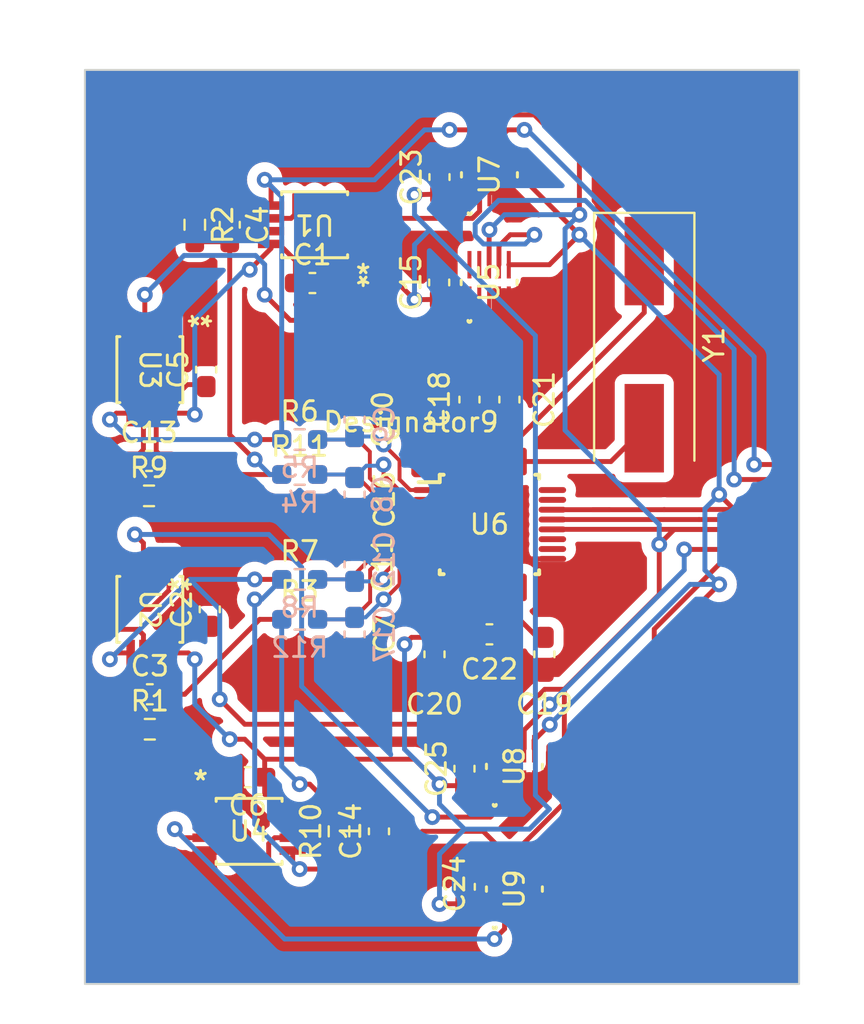
<source format=kicad_pcb>
(kicad_pcb (version 20221018) (generator pcbnew)
  (layers (0 "F.Cu" signal) (31 "B.Cu" signal) (34 "B.Paste" user) (35 "F.Paste" user) (36 "B.SilkS" user "B.Silkscreen") (37 "F.SilkS" user "F.Silkscreen") (38 "B.Mask" user) (39 "F.Mask" user) (44 "Edge.Cuts" user))
  (net 0 "")
  (net 1 "+5V")
  (net 2 "GND")
  (net 3 "WE_3")
  (net 4 "Net-(C3-Pad2)")
  (net 5 "WE_1")
  (net 6 "Net-(C4-Pad2)")
  (net 7 "AIN3P")
  (net 8 "AIN1P")
  (net 9 "AIN1N")
  (net 10 "AIN2N")
  (net 11 "AIN3N")
  (net 12 "AIN4N")
  (net 13 "WE_2")
  (net 14 "Net-(C13-Pad2)")
  (net 15 "WE_4")
  (net 16 "Net-(C14-Pad2)")
  (net 17 "AIN2P")
  (net 18 "AIN4P")
  (net 19 "+3.3V")
  (net 20 "Net-(U6-REFEXT)")
  (net 21 "Net-(U6-CAP)")
  (net 22 "Net-(U6-VREFP)")
  (net 23 "DAC1_B")
  (net 24 "DAC2_B")
  (net 25 "DAC3_B")
  (net 26 "DAC4_B")
  (net 27 "CS_DAC2")
  (net 28 "CS_DAC1")
  (net 29 "CS_DAC3")
  (net 30 "CS_DAC4")
  (net 31 "CE_1")
  (net 32 "DAC1_A")
  (net 33 "DAC2_A")
  (net 34 "DAC3_A")
  (net 35 "DAC4_A")
  (net 36 "SCLK")
  (net 37 "MOSI")
  (net 39 "DONE")
  (net 40 "DRDY")
  (net 41 "MISO")
  (net 42 "CS_ADC")
  (net 44 "Net-(U6-CLKIN_XTAL1)")
  (net 45 "Net-(U6-XTAL2)")
  (net 52 "CE_2")
  (net 53 "CE_3")
  (net 54 "CE_4")
  (net 55 "RE_1")
  (net 56 "RE_3")
  (net 57 "RE_2")
  (net 58 "RE_4")
  (footprint "OPA2328DGKR:SO8_DGK_TEX" (layer "F.Cu") (at 65.5014 106.5385)
    (fp_text reference "U4")
    (fp_text value "POPA2328DGKR")
  )
  (footprint "Capacitor_SMD:C_0603_1608Metric_Pad1.08x0.95mm_HandSolder" (layer "F.Cu") (at 70.866 85.598 -90)
    (fp_text reference "C10")
    (fp_text value "C")
  )
  (footprint "Capacitor_SMD:C_0603_1608Metric_Pad1.08x0.95mm_HandSolder" (layer "F.Cu") (at 78.74 84.582 90)
    (fp_text reference "C21")
    (fp_text value "1 uF")
  )
  (footprint "Capacitor_SMD:C_0603_1608Metric_Pad1.08x0.95mm_HandSolder" (layer "F.Cu") (at 75.168252 78.6257 90)
    (fp_text reference "C15")
    (fp_text value "C")
  )
  (footprint "Capacitor_SMD:C_0603_1608Metric_Pad1.08x0.95mm_HandSolder" (layer "F.Cu") (at 70.866 96.52 90)
    (fp_text reference "C7")
    (fp_text value "C")
  )
  (footprint "Capacitor_SMD:C_0603_1608Metric_Pad1.08x0.95mm_HandSolder" (layer "F.Cu") (at 60.411 87.6999)
    (fp_text reference "C13")
    (fp_text value "C")
  )
  (footprint "Capacitor_SMD:C_0603_1608Metric_Pad1.08x0.95mm_HandSolder" (layer "F.Cu") (at 70.866 89.408 90)
    (fp_text reference "C16")
    (fp_text value "C")
  )
  (footprint "OPA2328DGKR:SO8_DGK_TEX" (layer "F.Cu") (at 60.452 83.058 -90)
    (fp_text reference "U3")
    (fp_text value "POPA2328DGKR")
  )
  (footprint "OPA2328DGKR:SO8_DGK_TEX" (layer "F.Cu") (at 60.452 95.25 -90)
    (fp_text reference "U2")
    (fp_text value "POPA2328DGKR")
  )
  (footprint "Resistor_SMD:R_0603_1608Metric_Pad0.98x0.95mm_HandSolder" (layer "F.Cu") (at 68.072 86.614)
    (fp_text reference "R6")
    (fp_text value "R")
  )
  (footprint "Capacitor_SMD:C_0603_1608Metric_Pad1.08x0.95mm_HandSolder" (layer "F.Cu") (at 64.516 75.692 -90)
    (fp_text reference "C4")
    (fp_text value "C")
  )
  (footprint "DAC80502DRXR:SON_02DRXR_TEX" (layer "F.Cu") (at 77.708252 78.6257 90)
    (fp_text reference "U5")
    (fp_text value "DAC80502DRXR")
  )
  (footprint "Capacitor_SMD:C_0603_1608Metric_Pad1.08x0.95mm_HandSolder" (layer "F.Cu") (at 63.317 83.058 90)
    (fp_text reference "C5")
    (fp_text value "C")
  )
  (footprint "Resistor_SMD:R_0603_1608Metric_Pad0.98x0.95mm_HandSolder" (layer "F.Cu") (at 60.411 89.4779)
    (fp_text reference "R9")
    (fp_text value "R")
  )
  (footprint "Capacitor_SMD:C_0603_1608Metric_Pad1.08x0.95mm_HandSolder" (layer "F.Cu") (at 72.1054 106.5385 90)
    (fp_text reference "C14")
    (fp_text value "C")
  )
  (footprint "DAC80502DRXR:SON_02DRXR_TEX" (layer "F.Cu") (at 78.994 103.2383 90)
    (fp_text reference "U8")
    (fp_text value "DAC80502DRXR")
  )
  (footprint "Capacitor_SMD:C_0603_1608Metric_Pad1.08x0.95mm_HandSolder" (layer "F.Cu") (at 63.5 95.25 90)
    (fp_text reference "C2")
    (fp_text value "C")
  )
  (footprint "Capacitor_SMD:C_0603_1608Metric_Pad1.08x0.95mm_HandSolder" (layer "F.Cu") (at 68.7197 78.6552)
    (fp_text reference "C1")
    (fp_text value "C")
  )
  (footprint "Capacitor_SMD:C_0603_1608Metric_Pad1.08x0.95mm_HandSolder" (layer "F.Cu") (at 80.518 97.536 -90)
    (fp_text reference "C19")
    (fp_text value "1 uF" hide)
  )
  (footprint "DAC80502DRXR:SON_02DRXR_TEX" (layer "F.Cu") (at 78.994 109.474 90)
    (fp_text reference "U9")
    (fp_text value "DAC80502DRXR")
  )
  (footprint "Resistor_SMD:R_0603_1608Metric_Pad0.98x0.95mm_HandSolder" (layer "F.Cu") (at 60.452 101.346)
    (fp_text reference "R1")
    (fp_text value "R")
  )
  (footprint "DAC80502DRXR:SON_02DRXR_TEX" (layer "F.Cu") (at 77.724 73.152 90)
    (fp_text reference "U7")
    (fp_text value "DAC80502DRXR")
  )
  (footprint "Capacitor_SMD:C_0603_1608Metric_Pad1.08x0.95mm_HandSolder" (layer "F.Cu") (at 65.4315 103.7855 180)
    (fp_text reference "C6")
    (fp_text value "C")
  )
  (footprint "Resistor_SMD:R_0603_1608Metric_Pad0.98x0.95mm_HandSolder" (layer "F.Cu") (at 68.072 88.392)
    (fp_text reference "R11")
    (fp_text value "R")
  )
  (footprint "Resistor_SMD:R_0603_1608Metric_Pad0.98x0.95mm_HandSolder" (layer "F.Cu") (at 70.0734 106.5385 90)
    (fp_text reference "R10")
    (fp_text value "R")
  )
  (footprint "Capacitor_SMD:C_0603_1608Metric_Pad1.08x0.95mm_HandSolder" (layer "F.Cu") (at 70.866 92.964 -90)
    (fp_text reference "C11")
    (fp_text value "C")
  )
  (footprint "OPA2328DGKR:SO8_DGK_TEX" (layer "F.Cu") (at 68.834 75.692 180)
    (fp_text reference "U1")
    (fp_text value "POPA2328DGKR")
  )
  (footprint "Capacitor_SMD:C_0603_1608Metric_Pad1.08x0.95mm_HandSolder" (layer "F.Cu") (at 74.93 97.536 -90)
    (fp_text reference "C20")
    (fp_text value "1 uF" hide)
  )
  (footprint "Capacitor_SMD:C_0603_1608Metric_Pad1.08x0.95mm_HandSolder" (layer "F.Cu") (at 76.4697 109.3597 90)
    (fp_text reference "C24")
    (fp_text value "C")
  )
  (footprint "Resistor_SMD:R_0603_1608Metric_Pad0.98x0.95mm_HandSolder" (layer "F.Cu") (at 68.072 93.726)
    (fp_text reference "R7")
    (fp_text value "R")
  )
  (footprint "Resistor_SMD:R_0603_1608Metric_Pad0.98x0.95mm_HandSolder" (layer "F.Cu") (at 68.072 95.758)
    (fp_text reference "R3")
    (fp_text value "R")
  )
  (footprint "Capacitor_SMD:C_0603_1608Metric_Pad1.08x0.95mm_HandSolder" (layer "F.Cu") (at 60.452 99.568)
    (fp_text reference "C3")
    (fp_text value "C")
  )
  (footprint "ADS131A04IPBS:PBS0032A_N" (layer "F.Cu") (at 77.724 90.932)
    (fp_text reference "U6")
    (fp_text value "ADS131A04IPBS")
  )
  (footprint "Crystal:Crystal_SMD_HC49-SD" (layer "F.Cu") (at 85.598 81.788 -90)
    (fp_text reference "Y1")
    (fp_text value "Crystal")
  )
  (footprint "Capacitor_SMD:C_0603_1608Metric_Pad1.08x0.95mm_HandSolder" (layer "F.Cu") (at 76.708 84.582 90)
    (fp_text reference "C18")
    (fp_text value "1 uF")
  )
  (footprint "Capacitor_SMD:C_0603_1608Metric_Pad1.08x0.95mm_HandSolder" (layer "F.Cu") (at 77.724 96.52 180)
    (fp_text reference "C22")
    (fp_text value "1 uF" hide)
  )
  (footprint "Capacitor_SMD:C_0603_1608Metric_Pad1.08x0.95mm_HandSolder" (layer "F.Cu") (at 76.454 103.3526 90)
    (fp_text reference "C25")
    (fp_text value "C")
  )
  (footprint "Resistor_SMD:R_0603_1608Metric_Pad0.98x0.95mm_HandSolder" (layer "F.Cu") (at 62.738 75.692 -90)
    (fp_text reference "R2")
    (fp_text value "R")
  )
  (footprint "Capacitor_SMD:C_0603_1608Metric_Pad1.08x0.95mm_HandSolder" (layer "F.Cu") (at 75.184 73.2663 90)
    (fp_text reference "C23")
    (fp_text value "C")
  )
  (footprint "Resistor_SMD:R_0603_1608Metric_Pad0.98x0.95mm_HandSolder" (layer "B.Cu") (at 68.072 88.392)
    (fp_text reference "R4")
    (fp_text value "R")
  )
  (footprint "Capacitor_SMD:C_0603_1608Metric_Pad1.08x0.95mm_HandSolder" (layer "B.Cu") (at 70.866 96.52 90)
    (fp_text reference "C17")
    (fp_text value "C")
  )
  (footprint "Capacitor_SMD:C_0603_1608Metric_Pad1.08x0.95mm_HandSolder" (layer "B.Cu") (at 70.866 89.408 90)
    (fp_text reference "C8")
    (fp_text value "C")
  )
  (footprint "Capacitor_SMD:C_0603_1608Metric_Pad1.08x0.95mm_HandSolder" (layer "B.Cu") (at 70.866 85.598 -90)
    (fp_text reference "C9")
    (fp_text value "C")
  )
  (footprint "Resistor_SMD:R_0603_1608Metric_Pad0.98x0.95mm_HandSolder" (layer "B.Cu") (at 68.072 86.614)
    (fp_text reference "R5")
    (fp_text value "R")
  )
  (footprint "Capacitor_SMD:C_0603_1608Metric_Pad1.08x0.95mm_HandSolder" (layer "B.Cu") (at 70.866 92.964 -90)
    (fp_text reference "C12")
    (fp_text value "C")
  )
  (footprint "Resistor_SMD:R_0603_1608Metric_Pad0.98x0.95mm_HandSolder" (layer "B.Cu") (at 68.072 93.726)
    (fp_text reference "R8")
    (fp_text value "R")
  )
  (footprint "Resistor_SMD:R_0603_1608Metric_Pad0.98x0.95mm_HandSolder" (layer "B.Cu") (at 68.072 95.758)
    (fp_text reference "R12")
    (fp_text value "R")
  )
  (gr_rect (start 57.15 67.818) (end 93.472 114.3) (stroke (width 0.1)) (fill none) (layer "Edge.Cuts"))
  (segment (start 71.541 88.5455) (end 73.5595 88.5455) (width 0) (layer "B.Cu") (net 0))
  (segment (start 73.5595 88.5455) (end 74.168 89.154) (width 0) (layer "B.Cu") (net 0))
  (segment (start 61.426979 85.27415) (end 62.66815 85.27415) (width 0.25) (layer "F.Cu") (net 1))
  (segment (start 66.294 103.7855) (end 66.294 104.648) (width 0.25) (layer "F.Cu") (net 1))
  (segment (start 75.184 74.1288) (end 73.914 74.168) (width 0.25) (layer "F.Cu") (net 1))
  (segment (start 75.168252 79.4882) (end 76.2 79.4882) (width 0.25) (layer "F.Cu") (net 1))
  (segment (start 73.914 74.168) (end 73.9532 74.1288) (width 0.25) (layer "F.Cu") (net 1))
  (segment (start 75.2591 74.0537) (end 75.184 74.1288) (width 0.25) (layer "F.Cu") (net 1))
  (segment (start 67.209521 105.563521) (end 67.71755 105.563521) (width 0.25) (layer "F.Cu") (net 1))
  (segment (start 73.914 79.502) (end 73.9278 79.4882) (width 0.25) (layer "F.Cu") (net 1))
  (segment (start 76.2 79.4882) (end 76.6688 79.4882) (width 0.25) (layer "F.Cu") (net 1))
  (segment (start 73.914 102.87) (end 75.184 104.14) (width 0.25) (layer "F.Cu") (net 1))
  (segment (start 76.723748 74.0537) (end 75.2591 74.0537) (width 0.25) (layer "F.Cu") (net 1))
  (segment (start 66.294 104.648) (end 67.209521 105.563521) (width 0.25) (layer "F.Cu") (net 1))
  (segment (start 76.454 104.2151) (end 75.2591 104.2151) (width 0.25) (layer "F.Cu") (net 1))
  (segment (start 66.61785 76.89215) (end 66.61785 76.666979) (width 0.25) (layer "F.Cu") (net 1))
  (segment (start 61.426979 97.46615) (end 62.41415 97.46615) (width 0.25) (layer "F.Cu") (net 1))
  (segment (start 62.66815 85.27415) (end 62.738 85.344) (width 0.25) (layer "F.Cu") (net 1))
  (segment (start 62.354 83.82) (end 61.511779 84.662221) (width 0.25) (layer "F.Cu") (net 1))
  (segment (start 62.41415 97.46615) (end 62.738 97.79) (width 0.25) (layer "F.Cu") (net 1))
  (segment (start 66.294 102.87) (end 66.294 103.7855) (width 0.25) (layer "F.Cu") (net 1))
  (segment (start 61.426979 97.069021) (end 62.3835 96.1125) (width 0.25) (layer "F.Cu") (net 1))
  (segment (start 67.8572 78.6552) (end 67.8572 77.5092) (width 0.25) (layer "F.Cu") (net 1))
  (segment (start 67.8572 77.5092) (end 67.014979 76.666979) (width 0.25) (layer "F.Cu") (net 1))
  (segment (start 67.8572 77.5092) (end 71.9212 77.5092) (width 0.25) (layer "F.Cu") (net 1))
  (segment (start 74.93 96.6735) (end 73.7605 96.6735) (width 0.25) (layer "F.Cu") (net 1))
  (segment (start 62.3835 96.1125) (end 63.5 96.1125) (width 0.25) (layer "F.Cu") (net 1))
  (segment (start 75.973998 94.131999) (end 75.973998 95.629502) (width 0.25) (layer "F.Cu") (net 1))
  (segment (start 67.014979 76.666979) (end 66.61785 76.666979) (width 0.25) (layer "F.Cu") (net 1))
  (segment (start 76.5388 109.9936) (end 76.6923 110.1471) (width 0.25) (layer "F.Cu") (net 1))
  (segment (start 71.9212 77.5092) (end 73.914 79.502) (width 0.25) (layer "F.Cu") (net 1))
  (segment (start 61.426979 97.46615) (end 61.426979 97.069021) (width 0.25) (layer "F.Cu") (net 1))
  (segment (start 77.840248 110.2222) (end 77.993748 110.3757) (width 0.25) (layer "F.Cu") (net 1))
  (segment (start 73.7605 96.6735) (end 73.406 97.028) (width 0.25) (layer "F.Cu") (net 1))
  (segment (start 75.168252 79.4882) (end 73.914 79.502) (width 0.25) (layer "F.Cu") (net 1))
  (segment (start 66.294 102.87) (end 73.914 102.87) (width 0.25) (layer "F.Cu") (net 1))
  (segment (start 63.5 83.82) (end 62.354 83.82) (width 0.25) (layer "F.Cu") (net 1))
  (segment (start 65.532 77.978) (end 66.61785 76.89215) (width 0.25) (layer "F.Cu") (net 1))
  (segment (start 76.6688 79.4882) (end 76.708 79.5274) (width 0.25) (layer "F.Cu") (net 1))
  (segment (start 77.993748 104.14) (end 76.5291 104.14) (width 0.25) (layer "F.Cu") (net 1))
  (segment (start 65.278 101.854) (end 66.294 102.87) (width 0.25) (layer "F.Cu") (net 1))
  (segment (start 75.2591 104.2151) (end 75.184 104.14) (width 0.25) (layer "F.Cu") (net 1))
  (segment (start 64.516 101.854) (end 65.278 101.854) (width 0.25) (layer "F.Cu") (net 1))
  (segment (start 76.4697 110.2222) (end 77.840248 110.2222) (width 0.25) (layer "F.Cu") (net 1))
  (segment (start 75.1978 110.2222) (end 75.184 110.236) (width 0.25) (layer "F.Cu") (net 1))
  (segment (start 76.4697 110.2222) (end 75.1978 110.2222) (width 0.25) (layer "F.Cu") (net 1))
  (segment (start 76.5291 104.14) (end 76.454 104.2151) (width 0.25) (layer "F.Cu") (net 1))
  (segment (start 75.973998 95.629502) (end 74.93 96.6735) (width 0.25) (layer "F.Cu") (net 1))
  (via (at 73.914 79.502) (size 0.8) (drill 0.4) (layers "F.Cu" "B.Cu") (net 1))
  (via (at 64.516 101.854) (size 0.8) (drill 0.4) (layers "F.Cu" "B.Cu") (net 1))
  (via (at 75.184 104.14) (size 0.8) (drill 0.4) (layers "F.Cu" "B.Cu") (net 1))
  (via (at 75.184 110.236) (size 0.8) (drill 0.4) (layers "F.Cu" "B.Cu") (net 1))
  (via (at 73.914 74.168) (size 0.8) (drill 0.4) (layers "F.Cu" "B.Cu") (net 1))
  (via (at 65.532 77.978) (size 0.8) (drill 0.4) (layers "F.Cu" "B.Cu") (net 1))
  (via (at 73.406 97.028) (size 0.8) (drill 0.4) (layers "F.Cu" "B.Cu") (net 1))
  (via (at 62.738 85.344) (size 0.8) (drill 0.4) (layers "F.Cu" "B.Cu") (net 1))
  (via (at 62.738 97.79) (size 0.8) (drill 0.4) (layers "F.Cu" "B.Cu") (net 1))
  (segment (start 75.184 107.696) (end 76.454 106.426) (width 0.25) (layer "B.Cu") (net 1))
  (segment (start 73.914 74.168) (end 73.914 75.184) (width 0.25) (layer "B.Cu") (net 1))
  (segment (start 74.676 75.946) (end 73.914 76.708) (width 0.25) (layer "B.Cu") (net 1))
  (segment (start 73.406 97.028) (end 73.406 102.362) (width 0.25) (layer "B.Cu") (net 1))
  (segment (start 73.914 75.184) (end 74.676 75.946) (width 0.25) (layer "B.Cu") (net 1))
  (segment (start 79.756 106.426) (end 80.772 105.41) (width 0.25) (layer "B.Cu") (net 1))
  (segment (start 62.738 100.076) (end 64.516 101.854) (width 0.25) (layer "B.Cu") (net 1))
  (segment (start 80.772 105.41) (end 80.061456 104.699456) (width 0.25) (layer "B.Cu") (net 1))
  (segment (start 73.406 102.362) (end 75.184 104.14) (width 0.25) (layer "B.Cu") (net 1))
  (segment (start 62.738 80.518) (end 62.738 85.344) (width 0.25) (layer "B.Cu") (net 1))
  (segment (start 76.454 106.426) (end 79.756 106.426) (width 0.25) (layer "B.Cu") (net 1))
  (segment (start 75.184 110.236) (end 75.184 107.696) (width 0.25) (layer "B.Cu") (net 1))
  (segment (start 80.061456 81.331456) (end 74.676 75.946) (width 0.25) (layer "B.Cu") (net 1))
  (segment (start 65.278 77.978) (end 62.738 80.518) (width 0.25) (layer "B.Cu") (net 1))
  (segment (start 73.914 76.708) (end 73.914 79.502) (width 0.25) (layer "B.Cu") (net 1))
  (segment (start 75.184 105.156) (end 75.184 104.14) (width 0.25) (layer "B.Cu") (net 1))
  (segment (start 76.454 106.426) (end 75.184 105.156) (width 0.25) (layer "B.Cu") (net 1))
  (segment (start 62.738 97.79) (end 62.738 100.076) (width 0.25) (layer "B.Cu") (net 1))
  (segment (start 65.532 77.978) (end 65.278 77.978) (width 0.25) (layer "B.Cu") (net 1))
  (segment (start 80.061456 104.699456) (end 80.061456 81.331456) (width 0.25) (layer "B.Cu") (net 1))
  (segment (start 79.994252 110.3757) (end 78.994 110.3757) (width 0.25) (layer "F.Cu") (net 2))
  (segment (start 78.473998 87.731999) (end 78.473998 91.582001) (width 0.25) (layer "F.Cu") (net 2))
  (segment (start 77.374 92.681999) (end 80.923999 92.681999) (width 0.25) (layer "F.Cu") (net 2))
  (segment (start 76.973999 96.407501) (end 76.8615 96.52) (width 0.25) (layer "F.Cu") (net 2))
  (segment (start 76.474 94.131999) (end 76.474 93.581999) (width 0.25) (layer "F.Cu") (net 2))
  (segment (start 76.474 93.581999) (end 77.374 92.681999) (width 0.25) (layer "F.Cu") (net 2))
  (segment (start 77.974 94.131999) (end 77.974 93.281999) (width 0.25) (layer "F.Cu") (net 2))
  (segment (start 78.724252 74.0537) (end 77.724 74.0537) (width 0.25) (layer "F.Cu") (net 2))
  (segment (start 78.473998 91.582001) (end 77.374 92.681999) (width 0.25) (layer "F.Cu") (net 2))
  (segment (start 77.974 93.281999) (end 77.374 92.681999) (width 0.25) (layer "F.Cu") (net 2))
  (segment (start 76.973999 94.131999) (end 76.973999 96.407501) (width 0.25) (layer "F.Cu") (net 2))
  (segment (start 59.5895 99.568) (end 59.5895 101.296) (width 0.25) (layer "F.Cu") (net 3))
  (segment (start 59.5895 99.568) (end 60.127007 99.030493) (width 0.25) (layer "F.Cu") (net 3))
  (segment (start 59.5895 101.296) (end 59.5395 101.346) (width 0.25) (layer "F.Cu") (net 3))
  (segment (start 60.127007 99.030493) (end 60.127007 97.46615) (width 0.25) (layer "F.Cu") (net 3))
  (segment (start 60.127007 96.5494) (end 59.843607 96.266) (width 0.25) (layer "F.Cu") (net 3))
  (segment (start 60.127007 97.46615) (end 60.127007 96.5494) (width 0.25) (layer "F.Cu") (net 3))
  (segment (start 59.843607 96.266) (end 58.674 96.266) (width 0.25) (layer "F.Cu") (net 3))
  (segment (start 67.1595 95.758) (end 66.04 95.758) (width 0.25) (layer "F.Cu") (net 4))
  (segment (start 60.776993 97.46615) (end 60.776993 99.030493) (width 0.25) (layer "F.Cu") (net 4))
  (segment (start 61.3145 99.568) (end 61.3145 101.296) (width 0.25) (layer "F.Cu") (net 4))
  (segment (start 60.776993 99.030493) (end 61.3145 99.568) (width 0.25) (layer "F.Cu") (net 4))
  (segment (start 66.04 95.758) (end 62.23 99.568) (width 0.25) (layer "F.Cu") (net 4))
  (segment (start 61.3145 101.296) (end 61.3645 101.346) (width 0.25) (layer "F.Cu") (net 4))
  (segment (start 62.23 99.568) (end 61.3145 99.568) (width 0.25) (layer "F.Cu") (net 4))
  (segment (start 65.053507 75.367007) (end 64.516 74.8295) (width 0.25) (layer "F.Cu") (net 5))
  (segment (start 67.818 75.184) (end 67.818 74.168) (width 0.25) (layer "F.Cu") (net 5))
  (segment (start 62.788 74.8295) (end 62.738 74.7795) (width 0.25) (layer "F.Cu") (net 5))
  (segment (start 67.634993 75.367007) (end 67.818 75.184) (width 0.25) (layer "F.Cu") (net 5))
  (segment (start 66.61785 75.367007) (end 67.634993 75.367007) (width 0.25) (layer "F.Cu") (net 5))
  (segment (start 64.466 74.7795) (end 64.516 74.8295) (width 0.25) (layer "F.Cu") (net 5))
  (segment (start 64.516 74.8295) (end 62.788 74.8295) (width 0.25) (layer "F.Cu") (net 5))
  (segment (start 66.61785 75.367007) (end 65.053507 75.367007) (width 0.25) (layer "F.Cu") (net 5))
  (segment (start 65.776695 87.63) (end 64.516 86.369305) (width 0.25) (layer "F.Cu") (net 6))
  (segment (start 65.053507 76.016993) (end 66.61785 76.016993) (width 0.25) (layer "F.Cu") (net 6))
  (segment (start 64.516 76.5545) (end 65.053507 76.016993) (width 0.25) (layer "F.Cu") (net 6))
  (segment (start 64.516 76.5545) (end 62.788 76.5545) (width 0.25) (layer "F.Cu") (net 6))
  (segment (start 64.516 86.369305) (end 64.516 76.5545) (width 0.25) (layer "F.Cu") (net 6))
  (segment (start 64.466 76.6045) (end 64.516 76.5545) (width 0.25) (layer "F.Cu") (net 6))
  (segment (start 62.788 76.5545) (end 62.738 76.6045) (width 0.25) (layer "F.Cu") (net 6))
  (segment (start 65.786 87.63) (end 65.776695 87.63) (width 0.25) (layer "F.Cu") (net 6))
  (via (at 65.786 87.63) (size 0.8) (drill 0.4) (layers "F.Cu" "B.Cu") (net 6))
  (segment (start 66.548 88.392) (end 65.786 87.63) (width 0.25) (layer "B.Cu") (net 6))
  (segment (start 67.1595 88.392) (end 66.548 88.392) (width 0.25) (layer "B.Cu") (net 6))
  (segment (start 71.656843 94.866657) (end 70.866 95.6575) (width 0.2) (layer "F.Cu") (net 7))
  (segment (start 68.9845 95.758) (end 70.7655 95.758) (width 0.2) (layer "F.Cu") (net 7))
  (segment (start 71.656843 93.246843) (end 71.656843 94.866657) (width 0.2) (layer "F.Cu") (net 7))
  (segment (start 73.221688 91.681998) (end 71.656843 93.246843) (width 0.2) (layer "F.Cu") (net 7))
  (segment (start 74.523999 91.681998) (end 73.221688 91.681998) (width 0.2) (layer "F.Cu") (net 7))
  (segment (start 70.7655 95.758) (end 70.866 95.6575) (width 0.2) (layer "F.Cu") (net 7))
  (segment (start 72.3405 88.398501) (end 72.3405 87.946) (width 0.2) (layer "F.Cu") (net 8))
  (segment (start 73.623999 89.682) (end 72.3405 88.398501) (width 0.2) (layer "F.Cu") (net 8))
  (segment (start 74.523999 89.682) (end 73.623999 89.682) (width 0.2) (layer "F.Cu") (net 8))
  (via (at 72.3405 87.884) (size 0.8) (drill 0.4) (layers "F.Cu" "B.Cu") (net 8))
  (segment (start 71.4655 87.946) (end 70.866 88.5455) (width 0.2) (layer "B.Cu") (net 8))
  (segment (start 68.9845 88.392) (end 70.7125 88.392) (width 0.2) (layer "B.Cu") (net 8))
  (segment (start 70.7125 88.392) (end 70.866 88.5455) (width 0.2) (layer "B.Cu") (net 8))
  (segment (start 72.3405 87.946) (end 71.4655 87.946) (width 0.2) (layer "B.Cu") (net 8))
  (segment (start 73.689683 89.181998) (end 73.152 88.644315) (width 0.2) (layer "F.Cu") (net 9))
  (segment (start 74.523999 89.181998) (end 73.689683 89.181998) (width 0.2) (layer "F.Cu") (net 9))
  (segment (start 73.152 87.6795) (end 72.3405 86.868) (width 0.2) (layer "F.Cu") (net 9))
  (segment (start 73.152 88.644315) (end 73.152 87.6795) (width 0.2) (layer "F.Cu") (net 9))
  (via (at 72.3405 86.868) (size 0.8) (drill 0.4) (layers "F.Cu" "B.Cu") (net 9))
  (segment (start 70.866 86.4605) (end 71.933 86.4605) (width 0.2) (layer "B.Cu") (net 9))
  (segment (start 71.933 86.4605) (end 72.3405 86.868) (width 0.2) (layer "B.Cu") (net 9))
  (segment (start 68.9845 86.614) (end 70.7125 86.614) (width 0.2) (layer "B.Cu") (net 9))
  (segment (start 70.7125 86.614) (end 70.866 86.4605) (width 0.2) (layer "B.Cu") (net 9))
  (segment (start 68.9845 86.614) (end 70.7125 86.614) (width 0.2) (layer "F.Cu") (net 10))
  (segment (start 71.641 88.575264) (end 73.247735 90.181999) (width 0.2) (layer "F.Cu") (net 10))
  (segment (start 71.641 87.2355) (end 71.641 88.575264) (width 0.2) (layer "F.Cu") (net 10))
  (segment (start 73.247735 90.181999) (end 74.523999 90.181999) (width 0.2) (layer "F.Cu") (net 10))
  (segment (start 70.7125 86.614) (end 70.866 86.4605) (width 0.2) (layer "F.Cu") (net 10))
  (segment (start 70.866 86.4605) (end 71.641 87.2355) (width 0.2) (layer "F.Cu") (net 10))
  (segment (start 70.7655 93.726) (end 70.866 93.8265) (width 0.2) (layer "F.Cu") (net 11))
  (segment (start 70.866 93.472) (end 70.866 93.8265) (width 0.2) (layer "F.Cu") (net 11))
  (segment (start 68.9845 93.726) (end 70.7655 93.726) (width 0.2) (layer "F.Cu") (net 11))
  (segment (start 74.523999 91.182) (end 73.156 91.182) (width 0.2) (layer "F.Cu") (net 11))
  (segment (start 73.156 91.182) (end 70.866 93.472) (width 0.2) (layer "F.Cu") (net 11))
  (segment (start 73.623999 92.182) (end 72.3405 93.465499) (width 0.2) (layer "F.Cu") (net 12))
  (segment (start 74.523999 92.182) (end 73.623999 92.182) (width 0.2) (layer "F.Cu") (net 12))
  (segment (start 72.3405 93.465499) (end 72.3405 93.726) (width 0.2) (layer "F.Cu") (net 12))
  (via (at 72.3405 93.726) (size 0.8) (drill 0.4) (layers "F.Cu" "B.Cu") (net 12))
  (segment (start 70.7655 93.726) (end 70.866 93.8265) (width 0.2) (layer "B.Cu") (net 12))
  (segment (start 70.866 93.8265) (end 72.24 93.8265) (width 0.2) (layer "B.Cu") (net 12))
  (segment (start 68.9845 93.726) (end 70.7655 93.726) (width 0.2) (layer "B.Cu") (net 12))
  (segment (start 72.24 93.8265) (end 72.3405 93.726) (width 0.2) (layer "B.Cu") (net 12))
  (segment (start 60.127007 87.121393) (end 59.5485 87.6999) (width 0.25) (layer "F.Cu") (net 13))
  (segment (start 59.843607 84.074) (end 58.674 84.074) (width 0.25) (layer "F.Cu") (net 13))
  (segment (start 59.5485 89.4279) (end 59.4985 89.4779) (width 0.25) (layer "F.Cu") (net 13))
  (segment (start 60.127007 85.27415) (end 60.127007 87.121393) (width 0.25) (layer "F.Cu") (net 13))
  (segment (start 60.127007 85.27415) (end 60.127007 84.3574) (width 0.25) (layer "F.Cu") (net 13))
  (segment (start 60.127007 84.3574) (end 59.843607 84.074) (width 0.25) (layer "F.Cu") (net 13))
  (segment (start 59.5485 87.6999) (end 59.5485 89.4279) (width 0.25) (layer "F.Cu") (net 13))
  (segment (start 61.2735 89.4279) (end 61.3235 89.4779) (width 0.25) (layer "F.Cu") (net 14))
  (segment (start 67.1595 88.392) (end 61.9656 88.392) (width 0.25) (layer "F.Cu") (net 14))
  (segment (start 60.776993 85.27415) (end 60.776993 87.203393) (width 0.25) (layer "F.Cu") (net 14))
  (segment (start 61.2735 87.6999) (end 61.2735 89.4279) (width 0.25) (layer "F.Cu") (net 14))
  (segment (start 60.776993 87.203393) (end 61.2735 87.6999) (width 0.25) (layer "F.Cu") (net 14))
  (segment (start 61.9656 88.392) (end 61.2735 87.6999) (width 0.25) (layer "F.Cu") (net 14))
  (segment (start 67.71755 106.863493) (end 69.485893 106.863493) (width 0.25) (layer "F.Cu") (net 15))
  (segment (start 69.485893 106.863493) (end 70.0734 107.451) (width 0.25) (layer "F.Cu") (net 15))
  (segment (start 67.71755 106.863493) (end 66.8008 106.863493) (width 0.25) (layer "F.Cu") (net 15))
  (segment (start 66.497761 107.166532) (end 66.497761 108.153761) (width 0.25) (layer "F.Cu") (net 15))
  (segment (start 72.1054 107.401) (end 70.1234 107.401) (width 0.25) (layer "F.Cu") (net 15))
  (segment (start 66.8008 106.863493) (end 66.497761 107.166532) (width 0.25) (layer "F.Cu") (net 15))
  (segment (start 70.1234 107.401) (end 70.0734 107.451) (width 0.25) (layer "F.Cu") (net 15))
  (segment (start 68.5874 104.14) (end 70.0734 105.626) (width 0.25) (layer "F.Cu") (net 16))
  (segment (start 70.1234 105.676) (end 70.0734 105.626) (width 0.25) (layer "F.Cu") (net 16))
  (segment (start 69.485893 106.213507) (end 67.71755 106.213507) (width 0.25) (layer "F.Cu") (net 16))
  (segment (start 68.072 104.14) (end 68.5874 104.14) (width 0.25) (layer "F.Cu") (net 16))
  (segment (start 70.0734 105.626) (end 69.485893 106.213507) (width 0.25) (layer "F.Cu") (net 16))
  (segment (start 72.1054 105.676) (end 70.1234 105.676) (width 0.25) (layer "F.Cu") (net 16))
  (via (at 68.072 104.14) (size 0.8) (drill 0.4) (layers "F.Cu" "B.Cu") (net 16))
  (segment (start 67.1595 103.2275) (end 68.072 104.14) (width 0.25) (layer "B.Cu") (net 16))
  (segment (start 67.1595 95.758) (end 67.1595 103.2275) (width 0.25) (layer "B.Cu") (net 16))
  (segment (start 73.182048 90.681998) (end 74.523999 90.681998) (width 0.2) (layer "F.Cu") (net 17))
  (segment (start 71.04555 88.5455) (end 73.182048 90.681998) (width 0.2) (layer "F.Cu") (net 17))
  (segment (start 68.9845 88.392) (end 70.7125 88.392) (width 0.2) (layer "F.Cu") (net 17))
  (segment (start 70.866 88.5455) (end 71.04555 88.5455) (width 0.2) (layer "F.Cu") (net 17))
  (segment (start 70.7125 88.392) (end 70.866 88.5455) (width 0.2) (layer "F.Cu") (net 17))
  (segment (start 73.689686 92.681999) (end 73.152842 93.218843) (width 0.2) (layer "F.Cu") (net 18))
  (segment (start 74.523999 92.681999) (end 73.689686 92.681999) (width 0.2) (layer "F.Cu") (net 18))
  (segment (start 73.152842 93.218843) (end 73.152842 93.979158) (width 0.2) (layer "F.Cu") (net 18))
  (segment (start 72.39 94.742) (end 72.3405 94.742) (width 0.2) (layer "F.Cu") (net 18))
  (segment (start 73.152842 93.979158) (end 72.39 94.742) (width 0.2) (layer "F.Cu") (net 18))
  (via (at 72.3405 94.742) (size 0.8) (drill 0.4) (layers "F.Cu" "B.Cu") (net 18))
  (segment (start 70.7655 95.758) (end 70.866 95.6575) (width 0.2) (layer "B.Cu") (net 18))
  (segment (start 71.425 95.6575) (end 72.3405 94.742) (width 0.2) (layer "B.Cu") (net 18))
  (segment (start 68.9845 95.758) (end 70.7655 95.758) (width 0.2) (layer "B.Cu") (net 18))
  (segment (start 70.866 95.6575) (end 71.425 95.6575) (width 0.2) (layer "B.Cu") (net 18))
  (segment (start 76.708 85.4445) (end 77.473998 86.210498) (width 0.25) (layer "F.Cu") (net 19))
  (segment (start 77.473998 86.210498) (end 77.473998 87.731999) (width 0.25) (layer "F.Cu") (net 19))
  (segment (start 80.1635 96.6735) (end 80.518 96.6735) (width 0.25) (layer "F.Cu") (net 20))
  (segment (start 78.473998 94.983998) (end 80.1635 96.6735) (width 0.25) (layer "F.Cu") (net 20))
  (segment (start 78.473998 94.131999) (end 78.473998 94.983998) (width 0.25) (layer "F.Cu") (net 20))
  (segment (start 78.74 85.4445) (end 77.974 86.2105) (width 0.25) (layer "F.Cu") (net 21))
  (segment (start 77.974 86.2105) (end 77.974 87.731999) (width 0.25) (layer "F.Cu") (net 21))
  (segment (start 77.473998 94.131999) (end 77.473998 95.407498) (width 0.25) (layer "F.Cu") (net 22))
  (segment (start 77.473998 95.407498) (end 78.5865 96.52) (width 0.25) (layer "F.Cu") (net 22))
  (segment (start 77.223874 72.2503) (end 77.223874 71.300326) (width 0.25) (layer "F.Cu") (net 23))
  (segment (start 77.223874 71.300326) (end 76.789548 70.866) (width 0.25) (layer "F.Cu") (net 23))
  (segment (start 66.61785 73.72985) (end 66.294 73.406) (width 0.25) (layer "F.Cu") (net 23))
  (segment (start 76.789548 70.866) (end 75.692 70.866) (width 0.25) (layer "F.Cu") (net 23))
  (segment (start 66.294 73.406) (end 66.548 73.66) (width 0.25) (layer "F.Cu") (net 23))
  (segment (start 66.61785 74.717021) (end 66.61785 73.72985) (width 0.25) (layer "F.Cu") (net 23))
  (via (at 75.692 70.866) (size 0.8) (drill 0.4) (layers "F.Cu" "B.Cu") (net 23))
  (via (at 66.294 73.406) (size 0.8) (drill 0.4) (layers "F.Cu" "B.Cu") (net 23))
  (segment (start 71.882 73.406) (end 66.294 73.406) (width 0.25) (layer "B.Cu") (net 23))
  (segment (start 67.1595 74.2715) (end 66.294 73.406) (width 0.25) (layer "B.Cu") (net 23))
  (segment (start 75.692 70.866) (end 74.422 70.866) (width 0.25) (layer "B.Cu") (net 23))
  (segment (start 74.422 70.866) (end 71.882 73.406) (width 0.25) (layer "B.Cu") (net 23))
  (segment (start 67.1595 86.614) (end 67.1595 74.2715) (width 0.25) (layer "B.Cu") (net 23))
  (segment (start 59.477021 85.27415) (end 58.74385 85.27415) (width 0.25) (layer "F.Cu") (net 24))
  (segment (start 58.74385 85.27415) (end 58.42 85.598) (width 0.25) (layer "F.Cu") (net 24))
  (segment (start 67.1595 86.614) (end 65.786 86.614) (width 0.25) (layer "F.Cu") (net 24))
  (via (at 65.786 86.614) (size 0.8) (drill 0.4) (layers "F.Cu" "B.Cu") (net 24))
  (via (at 58.42 85.598) (size 0.8) (drill 0.4) (layers "F.Cu" "B.Cu") (net 24))
  (segment (start 65.786 86.614) (end 59.436 86.614) (width 0.25) (layer "B.Cu") (net 24))
  (segment (start 59.436 86.614) (end 58.42 85.598) (width 0.25) (layer "B.Cu") (net 24))
  (segment (start 65.278 101.092) (end 64.008 99.822) (width 0.25) (layer "F.Cu") (net 25))
  (segment (start 59.477021 97.46615) (end 58.74385 97.46615) (width 0.25) (layer "F.Cu") (net 25))
  (segment (start 78.493874 101.386626) (end 78.199248 101.092) (width 0.25) (layer "F.Cu") (net 25))
  (segment (start 78.199248 101.092) (end 65.278 101.092) (width 0.25) (layer "F.Cu") (net 25))
  (segment (start 67.1595 93.726) (end 65.786 93.726) (width 0.25) (layer "F.Cu") (net 25))
  (segment (start 58.74385 97.46615) (end 58.42 97.79) (width 0.25) (layer "F.Cu") (net 25))
  (segment (start 78.493874 102.3366) (end 78.493874 101.386626) (width 0.25) (layer "F.Cu") (net 25))
  (via (at 58.42 97.79) (size 0.8) (drill 0.4) (layers "F.Cu" "B.Cu") (net 25))
  (via (at 65.786 93.726) (size 0.8) (drill 0.4) (layers "F.Cu" "B.Cu") (net 25))
  (via (at 64.008 99.822) (size 0.8) (drill 0.4) (layers "F.Cu" "B.Cu") (net 25))
  (segment (start 64.008 99.822) (end 64.008 95.25) (width 0.25) (layer "B.Cu") (net 25))
  (segment (start 65.786 93.726) (end 62.484 93.726) (width 0.25) (layer "B.Cu") (net 25))
  (segment (start 62.484 93.726) (end 58.42 97.79) (width 0.25) (layer "B.Cu") (net 25))
  (segment (start 64.008 95.25) (end 62.484 93.726) (width 0.25) (layer "B.Cu") (net 25))
  (segment (start 67.71755 107.513479) (end 67.71755 108.10355) (width 0.25) (layer "F.Cu") (net 26))
  (segment (start 78.493874 108.5723) (end 78.493874 107.622326) (width 0.25) (layer "F.Cu") (net 26))
  (segment (start 77.410048 106.5385) (end 74.3095 106.5385) (width 0.25) (layer "F.Cu") (net 26))
  (segment (start 67.71755 108.10355) (end 68.072 108.458) (width 0.25) (layer "F.Cu") (net 26))
  (segment (start 72.39 108.458) (end 68.072 108.458) (width 0.25) (layer "F.Cu") (net 26))
  (segment (start 78.493874 107.622326) (end 77.410048 106.5385) (width 0.25) (layer "F.Cu") (net 26))
  (segment (start 74.3095 106.5385) (end 72.39 108.458) (width 0.25) (layer "F.Cu") (net 26))
  (via (at 65.786 94.742) (size 0.8) (drill 0.4) (layers "F.Cu" "B.Cu") (net 26))
  (via (at 68.072 108.458) (size 0.8) (drill 0.4) (layers "F.Cu" "B.Cu") (net 26))
  (segment (start 67.1595 93.726) (end 66.1435 94.742) (width 0.25) (layer "B.Cu") (net 26))
  (segment (start 68.072 108.458) (end 65.786 106.172) (width 0.25) (layer "B.Cu") (net 26))
  (segment (start 66.1435 94.742) (end 65.786 94.742) (width 0.25) (layer "B.Cu") (net 26))
  (segment (start 65.786 106.172) (end 65.786 94.742) (width 0.25) (layer "B.Cu") (net 26))
  (segment (start 78.208378 77.724) (end 78.208378 76.774026) (width 0.25) (layer "F.Cu") (net 27))
  (segment (start 78.208378 76.774026) (end 78.782404 76.2) (width 0.25) (layer "F.Cu") (net 27))
  (segment (start 90.17 88.646) (end 92.71 88.646) (width 0.25) (layer "F.Cu") (net 27))
  (segment (start 78.782404 76.2) (end 80.01 76.2) (width 0.25) (layer "F.Cu") (net 27))
  (via (at 80.01 76.2) (size 0.8) (drill 0.4) (layers "F.Cu" "B.Cu") (net 27))
  (via (at 90.17 88.646) (size 0.8) (drill 0.4) (layers "F.Cu" "B.Cu") (net 27))
  (segment (start 82.600604 74.454701) (end 90.17 82.024097) (width 0.25) (layer "B.Cu") (net 27))
  (segment (start 90.17 82.024097) (end 90.17 88.646) (width 0.25) (layer "B.Cu") (net 27))
  (segment (start 76.999 75.645695) (end 78.189994 74.454701) (width 0.25) (layer "B.Cu") (net 27))
  (segment (start 80.01 76.2) (end 79.539 76.671) (width 0.25) (layer "B.Cu") (net 27))
  (segment (start 76.999 76.246305) (end 76.999 75.645695) (width 0.25) (layer "B.Cu") (net 27))
  (segment (start 78.189994 74.454701) (end 82.600604 74.454701) (width 0.25) (layer "B.Cu") (net 27))
  (segment (start 79.539 76.671) (end 77.423695 76.671) (width 0.25) (layer "B.Cu") (net 27))
  (segment (start 77.423695 76.671) (end 76.999 76.246305) (width 0.25) (layer "B.Cu") (net 27))
  (segment (start 78.658452 70.866) (end 79.502 70.866) (width 0.25) (layer "F.Cu") (net 28))
  (segment (start 78.224126 71.300326) (end 78.658452 70.866) (width 0.25) (layer "F.Cu") (net 28))
  (segment (start 91.186 87.884) (end 92.964 87.884) (width 0.25) (layer "F.Cu") (net 28))
  (segment (start 78.224126 72.2503) (end 78.224126 71.300326) (width 0.25) (layer "F.Cu") (net 28))
  (via (at 79.502 70.866) (size 0.8) (drill 0.4) (layers "F.Cu" "B.Cu") (net 28))
  (via (at 91.186 87.884) (size 0.8) (drill 0.4) (layers "F.Cu" "B.Cu") (net 28))
  (segment (start 79.648299 70.866) (end 91.186 82.403701) (width 0.25) (layer "B.Cu") (net 28))
  (segment (start 79.502 70.866) (end 79.648299 70.866) (width 0.25) (layer "B.Cu") (net 28))
  (segment (start 91.186 82.403701) (end 91.186 87.884) (width 0.25) (layer "B.Cu") (net 28))
  (segment (start 87.63 92.202) (end 92.71 92.202) (width 0.25) (layer "F.Cu") (net 29))
  (segment (start 79.494126 102.3366) (end 79.494126 101.382786) (width 0.25) (layer "F.Cu") (net 29))
  (segment (start 79.494126 101.382786) (end 80.786456 100.090456) (width 0.25) (layer "F.Cu") (net 29))
  (via (at 87.63 92.202) (size 0.8) (drill 0.4) (layers "F.Cu" "B.Cu") (net 29))
  (via (at 80.786456 100.090456) (size 0.8) (drill 0.4) (layers "F.Cu" "B.Cu") (net 29))
  (segment (start 80.786456 100.090456) (end 87.63 93.246912) (width 0.25) (layer "B.Cu") (net 29))
  (segment (start 87.63 93.246912) (end 87.63 92.202) (width 0.25) (layer "B.Cu") (net 29))
  (segment (start 79.494126 107.758596) (end 86.106 101.146722) (width 0.25) (layer "F.Cu") (net 30))
  (segment (start 86.106 101.146722) (end 86.106 96.256695) (width 0.25) (layer "F.Cu") (net 30))
  (segment (start 86.106 96.256695) (end 89.652695 92.71) (width 0.25) (layer "F.Cu") (net 30))
  (segment (start 79.494126 108.5723) (end 79.494126 107.758596) (width 0.25) (layer "F.Cu") (net 30))
  (segment (start 89.652695 92.71) (end 92.71 92.71) (width 0.25) (layer "F.Cu") (net 30))
  (segment (start 70.1334 76.666979) (end 69.554979 76.666979) (width 0.25) (layer "F.Cu") (net 31))
  (segment (start 69.554979 76.666979) (end 68.834 75.946) (width 0.25) (layer "F.Cu") (net 31))
  (segment (start 68.834 75.946) (end 68.834 74.168) (width 0.25) (layer "F.Cu") (net 31))
  (segment (start 71.05015 76.666979) (end 70.1334 76.666979) (width 0.25) (layer "F.Cu") (net 31))
  (segment (start 76.860541 75.367007) (end 71.05015 75.367007) (width 0.25) (layer "F.Cu") (net 32))
  (segment (start 77.223874 75.003674) (end 76.860541 75.367007) (width 0.25) (layer "F.Cu") (net 32))
  (segment (start 77.223874 74.0537) (end 77.223874 75.003674) (width 0.25) (layer "F.Cu") (net 32))
  (segment (start 60.198 80.770857) (end 60.127007 80.84185) (width 0.25) (layer "F.Cu") (net 33))
  (segment (start 66.294 79.248) (end 67.5969 80.5509) (width 0.25) (layer "F.Cu") (net 33))
  (segment (start 77.1346 80.5509) (end 77.208126 80.477374) (width 0.25) (layer "F.Cu") (net 33))
  (segment (start 77.208126 80.477374) (end 77.208126 79.5274) (width 0.25) (layer "F.Cu") (net 33))
  (segment (start 60.198 79.248) (end 60.198 80.770857) (width 0.25) (layer "F.Cu") (net 33))
  (segment (start 67.5969 80.5509) (end 77.1346 80.5509) (width 0.25) (layer "F.Cu") (net 33))
  (via (at 66.294 79.248) (size 0.8) (drill 0.4) (layers "F.Cu" "B.Cu") (net 33))
  (via (at 60.198 79.248) (size 0.8) (drill 0.4) (layers "F.Cu" "B.Cu") (net 33))
  (segment (start 65.832305 77.253) (end 62.193 77.253) (width 0.25) (layer "B.Cu") (net 33))
  (segment (start 66.294 79.248) (end 66.294 77.714695) (width 0.25) (layer "B.Cu") (net 33))
  (segment (start 62.193 77.253) (end 60.198 79.248) (width 0.25) (layer "B.Cu") (net 33))
  (segment (start 66.294 77.714695) (end 65.832305 77.253) (width 0.25) (layer "B.Cu") (net 33))
  (segment (start 78.493874 105.089974) (end 78.493874 104.14) (width 0.25) (layer "F.Cu") (net 34))
  (segment (start 60.127007 91.877007) (end 60.127007 93.03385) (width 0.25) (layer "F.Cu") (net 34))
  (segment (start 59.69 91.44) (end 60.127007 91.877007) (width 0.25) (layer "F.Cu") (net 34))
  (segment (start 77.769848 105.814) (end 78.493874 105.089974) (width 0.25) (layer "F.Cu") (net 34))
  (segment (start 74.817966 105.814) (end 77.769848 105.814) (width 0.25) (layer "F.Cu") (net 34))
  (via (at 74.817966 105.814) (size 0.8) (drill 0.4) (layers "F.Cu" "B.Cu") (net 34))
  (via (at 59.69 91.44) (size 0.8) (drill 0.4) (layers "F.Cu" "B.Cu") (net 34))
  (segment (start 68.172 99.168034) (end 68.172 93.109074) (width 0.25) (layer "B.Cu") (net 34))
  (segment (start 66.502926 91.44) (end 59.69 91.44) (width 0.25) (layer "B.Cu") (net 34))
  (segment (start 74.817966 105.814) (end 68.172 99.168034) (width 0.25) (layer "B.Cu") (net 34))
  (segment (start 68.172 93.109074) (end 66.502926 91.44) (width 0.25) (layer "B.Cu") (net 34))
  (segment (start 78.493874 111.498126) (end 77.978 112.014) (width 0.25) (layer "F.Cu") (net 35))
  (segment (start 78.493874 110.3757) (end 78.493874 111.498126) (width 0.25) (layer "F.Cu") (net 35))
  (segment (start 62.159493 106.863493) (end 63.28525 106.863493) (width 0.25) (layer "F.Cu") (net 35))
  (segment (start 61.722 106.426) (end 62.159493 106.863493) (width 0.25) (layer "F.Cu") (net 35))
  (via (at 61.722 106.426) (size 0.8) (drill 0.4) (layers "F.Cu" "B.Cu") (net 35))
  (via (at 77.978 112.014) (size 0.8) (drill 0.4) (layers "F.Cu" "B.Cu") (net 35))
  (segment (start 77.978 112.014) (end 67.31 112.014) (width 0.25) (layer "B.Cu") (net 35))
  (segment (start 67.31 112.014) (end 61.722 106.426) (width 0.25) (layer "B.Cu") (net 35))
  (segment (start 78.708504 77.724) (end 80.772 77.724) (width 0.25) (layer "F.Cu") (net 36))
  (segment (start 83.82 90.181999) (end 88.634001 90.181999) (width 0.25) (layer "F.Cu") (net 36))
  (segment (start 80.923999 90.181999) (end 83.82 90.181999) (width 0.25) (layer "F.Cu") (net 36))
  (segment (start 88.646 90.17) (end 90.17 90.17) (width 0.25) (layer "F.Cu") (net 36))
  (segment (start 79.994252 101.907258) (end 80.790755 101.110755) (width 0.25) (layer "F.Cu") (net 36))
  (segment (start 87.587511 100.979041) (end 79.994252 108.5723) (width 0.25) (layer "F.Cu") (net 36))
  (segment (start 80.772 77.724) (end 82.296 76.2) (width 0.25) (layer "F.Cu") (net 36))
  (segment (start 90.17 90.17) (end 89.408 89.408) (width 0.25) (layer "F.Cu") (net 36))
  (segment (start 89.408 93.98) (end 87.587511 95.800489) (width 0.25) (layer "F.Cu") (net 36))
  (segment (start 90.17 90.17) (end 92.964 90.17) (width 0.25) (layer "F.Cu") (net 36))
  (segment (start 87.587511 95.800489) (end 87.587511 100.979041) (width 0.25) (layer "F.Cu") (net 36))
  (segment (start 82.980499 90.181999) (end 83.82 90.181999) (width 0.25) (layer "F.Cu") (net 36))
  (segment (start 78.724252 72.2503) (end 78.724252 72.628252) (width 0.25) (layer "F.Cu") (net 36))
  (segment (start 86.602001 90.181999) (end 86.614 90.17) (width 0.25) (layer "F.Cu") (net 36))
  (segment (start 79.994252 102.3366) (end 79.994252 101.907258) (width 0.25) (layer "F.Cu") (net 36))
  (segment (start 78.724252 72.628252) (end 82.296 76.2) (width 0.25) (layer "F.Cu") (net 36))
  (segment (start 88.634001 90.181999) (end 88.646 90.17) (width 0.25) (layer "F.Cu") (net 36))
  (via (at 89.408 93.98) (size 0.8) (drill 0.4) (layers "F.Cu" "B.Cu") (net 36))
  (via (at 89.408 89.408) (size 0.8) (drill 0.4) (layers "F.Cu" "B.Cu") (net 36))
  (via (at 82.296 76.2) (size 0.8) (drill 0.4) (layers "F.Cu" "B.Cu") (net 36))
  (via (at 80.790755 101.110755) (size 0.8) (drill 0.4) (layers "F.Cu" "B.Cu") (net 36))
  (segment (start 87.92151 93.98) (end 89.408 93.98) (width 0.25) (layer "B.Cu") (net 36))
  (segment (start 88.683 90.133) (end 89.408 89.408) (width 0.25) (layer "B.Cu") (net 36))
  (segment (start 80.790755 101.110755) (end 87.92151 93.98) (width 0.25) (layer "B.Cu") (net 36))
  (segment (start 89.408 89.408) (end 89.408 83.312) (width 0.25) (layer "B.Cu") (net 36))
  (segment (start 89.408 83.312) (end 82.296 76.2) (width 0.25) (layer "B.Cu") (net 36))
  (segment (start 89.408 93.98) (end 88.683 93.255) (width 0.25) (layer "B.Cu") (net 36))
  (segment (start 88.683 93.255) (end 88.683 90.133) (width 0.25) (layer "B.Cu") (net 36))
  (segment (start 86.36 94.488) (end 81.534 99.314) (width 0.25) (layer "F.Cu") (net 37))
  (segment (start 78.994 108.5723) (end 78.994 107.622326) (width 0.25) (layer "F.Cu") (net 37))
  (segment (start 78.232 70.104) (end 80.01 70.104) (width 0.25) (layer "F.Cu") (net 37))
  (segment (start 78.994 100.858313) (end 78.994 102.3366) (width 0.25) (layer "F.Cu") (net 37))
  (segment (start 81.534 99.314) (end 80.538313 99.314) (width 0.25) (layer "F.Cu") (net 37))
  (segment (start 86.36 91.948) (end 87.122 91.186) (width 0.25) (layer "F.Cu") (net 37))
  (segment (start 80.923999 91.182) (end 88.642 91.182) (width 0.25) (layer "F.Cu") (net 37))
  (segment (start 88.642 91.182) (end 88.646 91.186) (width 0.25) (layer "F.Cu") (net 37))
  (segment (start 80.01 70.104) (end 82.300299 72.394299) (width 0.25) (layer "F.Cu") (net 37))
  (segment (start 77.708252 75.961748) (end 77.724 75.946) (width 0.25) (layer "F.Cu") (net 37))
  (segment (start 88.646 91.186) (end 90.424 91.186) (width 0.25) (layer "F.Cu") (net 37))
  (segment (start 77.724 70.612) (end 78.232 70.104) (width 0.25) (layer "F.Cu") (net 37))
  (segment (start 77.724 72.2503) (end 77.724 70.612) (width 0.25) (layer "F.Cu") (net 37))
  (segment (start 82.300299 72.394299) (end 82.300299 75.179701) (width 0.25) (layer "F.Cu") (net 37))
  (segment (start 78.994 107.622326) (end 81.534 105.082326) (width 0.25) (layer "F.Cu") (net 37))
  (segment (start 77.708252 77.724) (end 77.708252 75.961748) (width 0.25) (layer "F.Cu") (net 37))
  (segment (start 80.538313 99.314) (end 78.994 100.858313) (width 0.25) (layer "F.Cu") (net 37))
  (segment (start 87.122 91.186) (end 90.424 91.186) (width 0.25) (layer "F.Cu") (net 37))
  (segment (start 86.36 91.948) (end 86.36 94.488) (width 0.25) (layer "F.Cu") (net 37))
  (segment (start 81.534 105.082326) (end 81.534 99.314) (width 0.25) (layer "F.Cu") (net 37))
  (segment (start 90.424 91.186) (end 92.964 91.186) (width 0.25) (layer "F.Cu") (net 37))
  (via (at 77.724 75.946) (size 0.8) (drill 0.4) (layers "F.Cu" "B.Cu") (net 37))
  (via (at 82.300299 75.179701) (size 0.8) (drill 0.4) (layers "F.Cu" "B.Cu") (net 37))
  (via (at 86.36 91.948) (size 0.8) (drill 0.4) (layers "F.Cu" "B.Cu") (net 37))
  (segment (start 78.490299 75.179701) (end 82.300299 75.179701) (width 0.25) (layer "B.Cu") (net 37))
  (segment (start 81.571 75.899695) (end 82.290994 75.179701) (width 0.25) (layer "B.Cu") (net 37))
  (segment (start 86.36 91.948) (end 86.36 90.932) (width 0.25) (layer "B.Cu") (net 37))
  (segment (start 81.571 86.143) (end 81.571 75.899695) (width 0.25) (layer "B.Cu") (net 37))
  (segment (start 77.724 75.946) (end 78.490299 75.179701) (width 0.25) (layer "B.Cu") (net 37))
  (segment (start 86.36 90.932) (end 81.571 86.143) (width 0.25) (layer "B.Cu") (net 37))
  (segment (start 82.290994 75.179701) (end 82.300299 75.179701) (width 0.25) (layer "B.Cu") (net 37))
  (segment (start 80.923999 90.681998) (end 88.388002 90.681998) (width 0.25) (layer "F.Cu") (net 41))
  (segment (start 92.960002 90.681998) (end 92.964 90.678) (width 0.25) (layer "F.Cu") (net 41))
  (segment (start 88.388002 90.681998) (end 92.960002 90.681998) (width 0.25) (layer "F.Cu") (net 41))
  (segment (start 83.904001 87.731999) (end 85.598 86.038) (width 0.25) (layer "F.Cu") (net 44))
  (segment (start 79.473999 87.731999) (end 83.904001 87.731999) (width 0.25) (layer "F.Cu") (net 44))
  (segment (start 85.598 80.157999) (end 85.598 77.538) (width 0.25) (layer "F.Cu") (net 45))
  (segment (start 78.974 87.731999) (end 78.974 86.781999) (width 0.25) (layer "F.Cu") (net 45))
  (segment (start 78.974 86.781999) (end 85.598 80.157999) (width 0.25) (layer "F.Cu") (net 45))
  (segment (start 61.426979 82.083021) (end 60.452 83.058) (width 0.25) (layer "F.Cu") (net 52))
  (segment (start 61.426979 80.84185) (end 61.426979 82.083021) (width 0.25) (layer "F.Cu") (net 52))
  (segment (start 60.452 83.058) (end 58.674 83.058) (width 0.25) (layer "F.Cu") (net 52))
  (segment (start 61.426979 93.03385) (end 61.426979 94.275021) (width 0.25) (layer "F.Cu") (net 53))
  (segment (start 60.452 95.25) (end 58.674 95.25) (width 0.25) (layer "F.Cu") (net 53))
  (segment (start 61.426979 94.275021) (end 60.452 95.25) (width 0.25) (layer "F.Cu") (net 53))
  (segment (start 63.28525 105.563521) (end 64.415521 105.563521) (width 0.25) (layer "F.Cu") (net 54))
  (segment (start 64.415521 105.563521) (end 65.481761 106.629761) (width 0.25) (layer "F.Cu") (net 54))
  (segment (start 65.481761 106.629761) (end 65.481761 108.153761) (width 0.25) (layer "F.Cu") (net 54))
  (segment (start 71.05015 76.016993) (end 70.1334 76.016993) (width 0.25) (layer "F.Cu") (net 55))
  (segment (start 70.1334 76.016993) (end 69.85 75.733593) (width 0.25) (layer "F.Cu") (net 55))
  (segment (start 69.85 75.733593) (end 69.85 74.168) (width 0.25) (layer "F.Cu") (net 55))
  (segment (start 60.776993 93.03385) (end 60.776993 93.9506) (width 0.25) (layer "F.Cu") (net 56))
  (segment (start 60.493593 94.234) (end 58.674 94.234) (width 0.25) (layer "F.Cu") (net 56))
  (segment (start 60.776993 93.9506) (end 60.493593 94.234) (width 0.25) (layer "F.Cu") (net 56))
  (segment (start 60.776993 80.84185) (end 60.776993 81.7586) (width 0.25) (layer "F.Cu") (net 57))
  (segment (start 60.776993 81.7586) (end 60.493593 82.042) (width 0.25) (layer "F.Cu") (net 57))
  (segment (start 60.493593 82.042) (end 58.674 82.042) (width 0.25) (layer "F.Cu") (net 57))
  (segment (start 64.465761 106.477268) (end 64.465761 108.153761) (width 0.25) (layer "F.Cu") (net 58))
  (segment (start 63.28525 106.213507) (end 64.202 106.213507) (width 0.25) (layer "F.Cu") (net 58))
  (segment (start 64.202 106.213507) (end 64.465761 106.477268) (width 0.25) (layer "F.Cu") (net 58))
  (zone (net 2) (net_name "GND") (layers "F&B.Cu") (connect_pads yes (clearance 0.5)) (min_thickness 0.25) (fill yes (thermal_gap 0.5) (thermal_bridge_width 0.5))
    (polygon (pts (xy 52.832 64.262) (xy 96.774 64.262) (xy 96.774 116.332) (xy 52.832 116.332)))
  )
)
</source>
